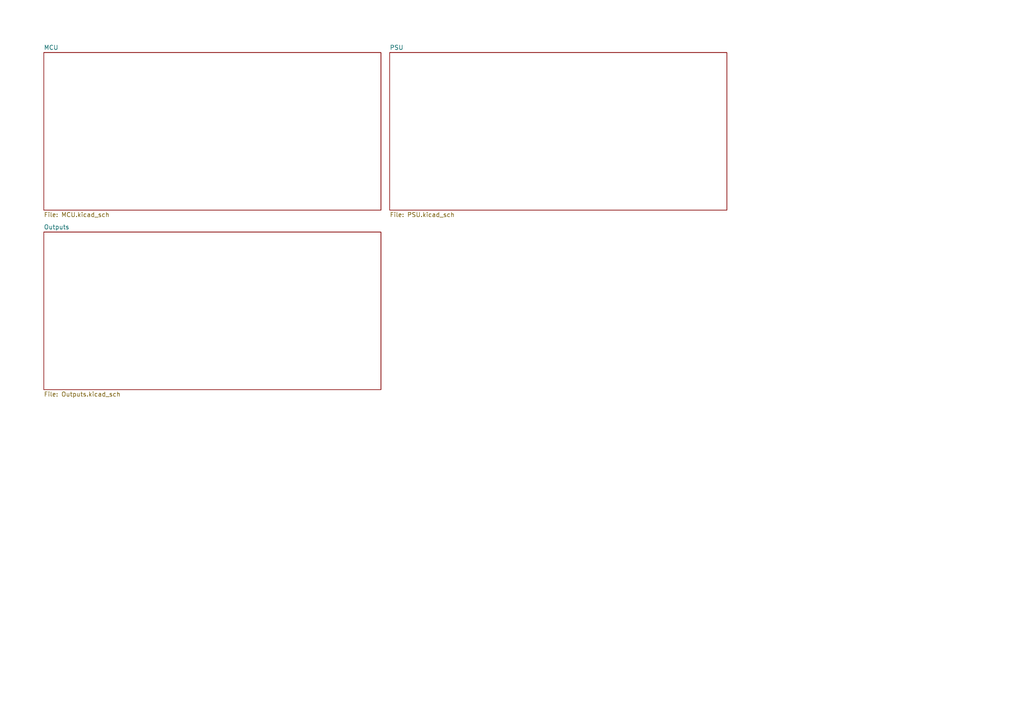
<source format=kicad_sch>
(kicad_sch (version 20230121) (generator eeschema)
  (paper "A4")
  (title_block (title "Prometheus mSLA Apollo Schematics") (date "2022-11-11") (rev "R4") (company "TheContrappostoShop") (comment 1 "Paul S. and Sam B."))
  (lib_symbols)
  (sheet (at 113.03 15.24) (size 97.79 45.72) (stroke (width 0.1524))
    (property "Sheetname" "PSU" (at 113.03 14.5284 0) (effects (justify left bottom)))
    (property "Sheetfile" "PSU.kicad_sch" (at 113.03 61.5446 0) (effects (justify left top)))
  )
  (sheet (at 12.7 67.31) (size 97.79 45.72) (stroke (width 0.1524))
    (property "Sheetname" "Outputs" (at 12.7 66.5984 0) (effects (justify left bottom)))
    (property "Sheetfile" "Outputs.kicad_sch" (at 12.7 113.6146 0) (effects (justify left top)))
  )
  (sheet (at 12.7 15.24) (size 97.79 45.72) (stroke (width 0.1524))
    (property "Sheetname" "MCU" (at 12.7 14.5284 0) (effects (justify left bottom)))
    (property "Sheetfile" "MCU.kicad_sch" (at 12.7 61.5446 0) (effects (justify left top)))
  )
)
</source>
